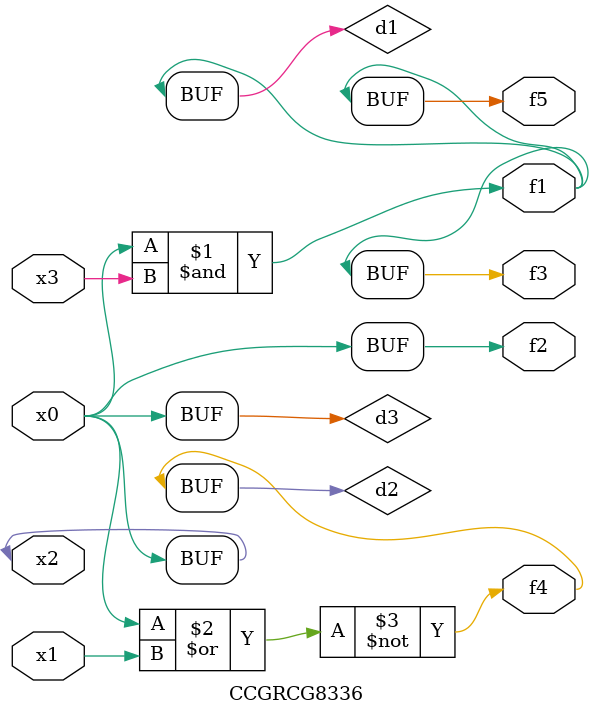
<source format=v>
module CCGRCG8336(
	input x0, x1, x2, x3,
	output f1, f2, f3, f4, f5
);

	wire d1, d2, d3;

	and (d1, x2, x3);
	nor (d2, x0, x1);
	buf (d3, x0, x2);
	assign f1 = d1;
	assign f2 = d3;
	assign f3 = d1;
	assign f4 = d2;
	assign f5 = d1;
endmodule

</source>
